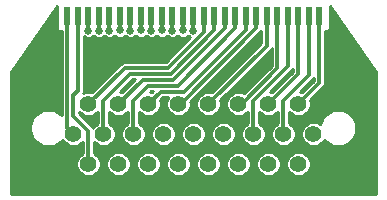
<source format=gbr>
%TF.GenerationSoftware,KiCad,Pcbnew,(5.1.10)-1*%
%TF.CreationDate,2021-10-07T14:53:58-07:00*%
%TF.ProjectId,RC_Filter_Dsub,52435f46-696c-4746-9572-5f447375622e,1*%
%TF.SameCoordinates,Original*%
%TF.FileFunction,Copper,L1,Top*%
%TF.FilePolarity,Positive*%
%FSLAX46Y46*%
G04 Gerber Fmt 4.6, Leading zero omitted, Abs format (unit mm)*
G04 Created by KiCad (PCBNEW (5.1.10)-1) date 2021-10-07 14:53:58*
%MOMM*%
%LPD*%
G01*
G04 APERTURE LIST*
%TA.AperFunction,ComponentPad*%
%ADD10C,1.397000*%
%TD*%
%TA.AperFunction,SMDPad,CuDef*%
%ADD11R,0.508000X1.524000*%
%TD*%
%TA.AperFunction,ViaPad*%
%ADD12C,0.635000*%
%TD*%
%TA.AperFunction,Conductor*%
%ADD13C,0.304800*%
%TD*%
%TA.AperFunction,Conductor*%
%ADD14C,0.250000*%
%TD*%
%TA.AperFunction,Conductor*%
%ADD15C,0.400000*%
%TD*%
%TA.AperFunction,NonConductor*%
%ADD16C,0.254000*%
%TD*%
%TA.AperFunction,NonConductor*%
%ADD17C,0.100000*%
%TD*%
G04 APERTURE END LIST*
D10*
%TO.P,J1,25*%
%TO.N,Net-(J1-Pad25)*%
X153670000Y-117094000D03*
%TO.P,J1,23*%
%TO.N,Net-(J1-Pad23)*%
X151130000Y-117094000D03*
%TO.P,J1,21*%
%TO.N,Net-(J1-Pad21)*%
X148590000Y-117094000D03*
%TO.P,J1,20*%
%TO.N,Net-(J1-Pad20)*%
X146050000Y-117094000D03*
%TO.P,J1,19*%
%TO.N,Net-(J1-Pad19)*%
X143510000Y-117094000D03*
%TO.P,J1,18*%
%TO.N,Net-(J1-Pad18)*%
X140970000Y-117094000D03*
%TO.P,J1,16*%
%TO.N,Net-(J1-Pad16)*%
X138430000Y-117094000D03*
%TO.P,J1,14*%
%TO.N,Net-(J1-Pad14)*%
X135890000Y-117094000D03*
%TO.P,J1,13*%
%TO.N,Net-(J1-Pad13)*%
X154940000Y-119634000D03*
%TO.P,J1,24*%
%TO.N,Net-(J1-Pad24)*%
X152400000Y-119634000D03*
%TO.P,J1,22*%
%TO.N,Net-(J1-Pad22)*%
X149860000Y-119634000D03*
%TO.P,J1,9*%
%TO.N,Net-(J1-Pad9)*%
X147320000Y-119634000D03*
%TO.P,J1,7*%
%TO.N,Net-(J1-Pad7)*%
X144780000Y-119634000D03*
%TO.P,J1,5*%
%TO.N,Net-(J1-Pad5)*%
X142240000Y-119634000D03*
%TO.P,J1,17*%
%TO.N,Net-(J1-Pad17)*%
X139700000Y-119634000D03*
%TO.P,J1,15*%
%TO.N,Net-(J1-Pad15)*%
X137160000Y-119634000D03*
%TO.P,J1,1*%
%TO.N,Net-(J1-Pad1)*%
X134620000Y-119634000D03*
%TO.P,J1,12*%
%TO.N,Net-(J1-Pad12)*%
X153670000Y-122174000D03*
%TO.P,J1,11*%
%TO.N,Net-(J1-Pad11)*%
X151130000Y-122174000D03*
%TO.P,J1,10*%
%TO.N,Net-(J1-Pad10)*%
X148590000Y-122174000D03*
%TO.P,J1,8*%
%TO.N,Net-(J1-Pad8)*%
X146050000Y-122174000D03*
%TO.P,J1,6*%
%TO.N,Net-(J1-Pad6)*%
X143510000Y-122174000D03*
%TO.P,J1,4*%
%TO.N,Net-(J1-Pad4)*%
X140970000Y-122174000D03*
%TO.P,J1,3*%
%TO.N,Net-(J1-Pad3)*%
X138430000Y-122174000D03*
%TO.P,J1,2*%
%TO.N,Net-(J1-Pad2)*%
X135890000Y-122174000D03*
%TD*%
D11*
%TO.P,1,1*%
%TO.N,Net-(J1-Pad1)*%
X134112000Y-109601000D03*
%TD*%
%TO.P,U2,1*%
%TO.N,Net-(J1-Pad2)*%
X135001000Y-109601000D03*
%TD*%
%TO.P,U3,1*%
%TO.N,Net-(J1-Pad3)*%
X135890000Y-109601000D03*
%TD*%
%TO.P,U4,1*%
%TO.N,Net-(J1-Pad4)*%
X136779000Y-109601000D03*
%TD*%
%TO.P,5,1*%
%TO.N,Net-(J1-Pad5)*%
X137668000Y-109601000D03*
%TD*%
%TO.P,U6,1*%
%TO.N,Net-(J1-Pad6)*%
X138557000Y-109601000D03*
%TD*%
%TO.P,U7,1*%
%TO.N,Net-(J1-Pad7)*%
X139446000Y-109601000D03*
%TD*%
%TO.P,U8,1*%
%TO.N,Net-(J1-Pad8)*%
X140335000Y-109601000D03*
%TD*%
%TO.P,U9,1*%
%TO.N,Net-(J1-Pad9)*%
X141224000Y-109601000D03*
%TD*%
%TO.P,10,1*%
%TO.N,Net-(J1-Pad10)*%
X142113000Y-109601000D03*
%TD*%
%TO.P,U11,1*%
%TO.N,Net-(J1-Pad11)*%
X143002000Y-109601000D03*
%TD*%
%TO.P,U12,1*%
%TO.N,Net-(J1-Pad12)*%
X143891000Y-109601000D03*
%TD*%
%TO.P,U13,1*%
%TO.N,Net-(J1-Pad13)*%
X144780000Y-109601000D03*
%TD*%
%TO.P,U14,1*%
%TO.N,Net-(J1-Pad14)*%
X145669000Y-109601000D03*
%TD*%
%TO.P,15,1*%
%TO.N,Net-(J1-Pad15)*%
X146558000Y-109601000D03*
%TD*%
%TO.P,U16,1*%
%TO.N,Net-(J1-Pad16)*%
X147447000Y-109601000D03*
%TD*%
%TO.P,U17,1*%
%TO.N,Net-(J1-Pad17)*%
X148336000Y-109601000D03*
%TD*%
%TO.P,U18,1*%
%TO.N,Net-(J1-Pad18)*%
X149225000Y-109601000D03*
%TD*%
%TO.P,U19,1*%
%TO.N,Net-(J1-Pad19)*%
X150114000Y-109601000D03*
%TD*%
%TO.P,20,1*%
%TO.N,Net-(J1-Pad20)*%
X151003000Y-109601000D03*
%TD*%
%TO.P,U21,1*%
%TO.N,Net-(J1-Pad21)*%
X151892000Y-109601000D03*
%TD*%
%TO.P,U22,1*%
%TO.N,Net-(J1-Pad22)*%
X152781000Y-109601000D03*
%TD*%
%TO.P,U23,1*%
%TO.N,Net-(J1-Pad23)*%
X153670000Y-109601000D03*
%TD*%
%TO.P,U24,1*%
%TO.N,Net-(J1-Pad24)*%
X154559000Y-109601000D03*
%TD*%
%TO.P,25,1*%
%TO.N,Net-(J1-Pad25)*%
X155448000Y-109601000D03*
%TD*%
D12*
%TO.N,Net-(J1-Pad3)*%
X135890000Y-110871000D03*
%TO.N,Net-(J1-Pad4)*%
X136779000Y-110871000D03*
%TO.N,Net-(J1-Pad6)*%
X138568231Y-110859769D03*
%TO.N,Net-(J1-Pad8)*%
X140346231Y-110859769D03*
%TO.N,Net-(J1-Pad10)*%
X142124231Y-110859769D03*
%TO.N,Net-(J1-Pad11)*%
X143002000Y-110871000D03*
%TO.N,Net-(J1-Pad12)*%
X143902231Y-110859769D03*
%TO.N,Net-(J1-Pad5)*%
X137668000Y-110871000D03*
%TO.N,Net-(J1-Pad7)*%
X139446000Y-110871000D03*
%TO.N,Net-(J1-Pad9)*%
X141224000Y-110871000D03*
%TO.N,Net-(J1-Pad13)*%
X144780000Y-110871000D03*
%TD*%
D13*
%TO.N,Net-(J1-Pad2)*%
X135001000Y-115951000D02*
X135001000Y-109601000D01*
X134620000Y-116332000D02*
X135001000Y-115951000D01*
X134620000Y-118078666D02*
X134620000Y-116332000D01*
X135890000Y-119348666D02*
X134620000Y-118078666D01*
X135890000Y-122174000D02*
X135890000Y-119348666D01*
%TO.N,Net-(J1-Pad3)*%
X135890000Y-109601000D02*
X135890000Y-110871000D01*
%TO.N,Net-(J1-Pad4)*%
X136779000Y-109601000D02*
X136779000Y-110871000D01*
%TO.N,Net-(J1-Pad6)*%
X138557000Y-110848538D02*
X138568231Y-110859769D01*
X138557000Y-109601000D02*
X138557000Y-110848538D01*
%TO.N,Net-(J1-Pad8)*%
X140335000Y-110848538D02*
X140346231Y-110859769D01*
X140335000Y-109601000D02*
X140335000Y-110848538D01*
%TO.N,Net-(J1-Pad10)*%
X142113000Y-110848538D02*
X142124231Y-110859769D01*
X142113000Y-109601000D02*
X142113000Y-110848538D01*
D14*
%TO.N,Net-(J1-Pad11)*%
X143002000Y-109601000D02*
X143002000Y-109728000D01*
D13*
X143002000Y-109601000D02*
X143002000Y-110871000D01*
%TO.N,Net-(J1-Pad12)*%
X143891000Y-110848538D02*
X143902231Y-110859769D01*
X143891000Y-109601000D02*
X143891000Y-110848538D01*
%TO.N,Net-(J1-Pad1)*%
X134112000Y-119126000D02*
X134620000Y-119634000D01*
X134112000Y-109601000D02*
X134112000Y-119126000D01*
%TO.N,Net-(J1-Pad15)*%
X137160000Y-116808666D02*
X137160000Y-119634000D01*
X139439997Y-114528669D02*
X137160000Y-116808666D01*
X142872223Y-114528669D02*
X139439997Y-114528669D01*
X146558000Y-110842892D02*
X142872223Y-114528669D01*
X146558000Y-109601000D02*
X146558000Y-110842892D01*
%TO.N,Net-(J1-Pad17)*%
X139700000Y-116808666D02*
X139700000Y-119634000D01*
X140970377Y-115538289D02*
X139700000Y-116808666D01*
X143465511Y-115538289D02*
X140970377Y-115538289D01*
X148336000Y-110667800D02*
X143465511Y-115538289D01*
X148336000Y-109601000D02*
X148336000Y-110667800D01*
%TO.N,Net-(J1-Pad5)*%
X137668000Y-109601000D02*
X137668000Y-110871000D01*
D14*
%TO.N,Net-(J1-Pad7)*%
X139446000Y-109601000D02*
X139446000Y-110236000D01*
D13*
X139446000Y-109601000D02*
X139446000Y-110871000D01*
%TO.N,Net-(J1-Pad9)*%
X141224000Y-109601000D02*
X141224000Y-110871000D01*
%TO.N,Net-(J1-Pad22)*%
X149860000Y-116808666D02*
X149860000Y-119634000D01*
X152781000Y-113887666D02*
X149860000Y-116808666D01*
X152781000Y-109601000D02*
X152781000Y-113887666D01*
%TO.N,Net-(J1-Pad24)*%
X152400000Y-116808666D02*
X152400000Y-119634000D01*
X154559000Y-114649666D02*
X152400000Y-116808666D01*
X154559000Y-109601000D02*
X154559000Y-114649666D01*
%TO.N,Net-(J1-Pad13)*%
X144780000Y-109601000D02*
X144780000Y-110871000D01*
D14*
%TO.N,Net-(J1-Pad14)*%
X136278808Y-117094000D02*
X135890000Y-117094000D01*
D13*
X138960141Y-114023859D02*
X135890000Y-117094000D01*
X142618595Y-114023859D02*
X138960141Y-114023859D01*
X145669000Y-110973454D02*
X142618595Y-114023859D01*
X145669000Y-109601000D02*
X145669000Y-110973454D01*
%TO.N,Net-(J1-Pad16)*%
X140490521Y-115033479D02*
X138430000Y-117094000D01*
X143081321Y-115033479D02*
X140490521Y-115033479D01*
X147447000Y-110667800D02*
X143081321Y-115033479D01*
X147447000Y-109601000D02*
X147447000Y-110667800D01*
%TO.N,Net-(J1-Pad18)*%
X142020901Y-116043099D02*
X140970000Y-117094000D01*
X144014433Y-116043099D02*
X142020901Y-116043099D01*
X149225000Y-110832532D02*
X144014433Y-116043099D01*
X149225000Y-109601000D02*
X149225000Y-110832532D01*
%TO.N,Net-(J1-Pad19)*%
X143687800Y-117094000D02*
X143510000Y-117094000D01*
X150114000Y-110667800D02*
X143687800Y-117094000D01*
X150114000Y-109601000D02*
X150114000Y-110667800D01*
D15*
%TO.N,Net-(J1-Pad20)*%
X146050000Y-117094000D02*
X146050000Y-117221000D01*
D13*
X151003000Y-112141000D02*
X146050000Y-117094000D01*
X151003000Y-109601000D02*
X151003000Y-112141000D01*
%TO.N,Net-(J1-Pad21)*%
X148860758Y-117094000D02*
X148590000Y-117094000D01*
X151892000Y-114062758D02*
X148860758Y-117094000D01*
X151892000Y-109601000D02*
X151892000Y-114062758D01*
%TO.N,Net-(J1-Pad23)*%
X153670000Y-114554000D02*
X151130000Y-117094000D01*
X153670000Y-109601000D02*
X153670000Y-114554000D01*
%TO.N,Net-(J1-Pad25)*%
X155448000Y-115316000D02*
X153670000Y-117094000D01*
X155448000Y-109601000D02*
X155448000Y-115316000D01*
%TD*%
D16*
X160249001Y-114387500D02*
X160249000Y-124689000D01*
X129311000Y-124689000D01*
X129311000Y-114387498D01*
X133223000Y-108763999D01*
X133223000Y-110744000D01*
X133225440Y-110768776D01*
X133232667Y-110792601D01*
X133244403Y-110814557D01*
X133260197Y-110833803D01*
X133279443Y-110849597D01*
X133301399Y-110861333D01*
X133325224Y-110868560D01*
X133350000Y-110871000D01*
X133632600Y-110871000D01*
X133632601Y-118047444D01*
X133510145Y-117924988D01*
X133256900Y-117755776D01*
X132975510Y-117639220D01*
X132676787Y-117579800D01*
X132372213Y-117579800D01*
X132073490Y-117639220D01*
X131792100Y-117755776D01*
X131538855Y-117924988D01*
X131323488Y-118140355D01*
X131154276Y-118393600D01*
X131037720Y-118674990D01*
X130978300Y-118973713D01*
X130978300Y-119278287D01*
X131037720Y-119577010D01*
X131154276Y-119858400D01*
X131323488Y-120111645D01*
X131538855Y-120327012D01*
X131792100Y-120496224D01*
X132073490Y-120612780D01*
X132372213Y-120672200D01*
X132676787Y-120672200D01*
X132975510Y-120612780D01*
X133256900Y-120496224D01*
X133510145Y-120327012D01*
X133713692Y-120123465D01*
X133823442Y-120287718D01*
X133966282Y-120430558D01*
X134134244Y-120542786D01*
X134320873Y-120620091D01*
X134518997Y-120659500D01*
X134721003Y-120659500D01*
X134919127Y-120620091D01*
X135105756Y-120542786D01*
X135273718Y-120430558D01*
X135410601Y-120293675D01*
X135410600Y-121262581D01*
X135404244Y-121265214D01*
X135236282Y-121377442D01*
X135093442Y-121520282D01*
X134981214Y-121688244D01*
X134903909Y-121874873D01*
X134864500Y-122072997D01*
X134864500Y-122275003D01*
X134903909Y-122473127D01*
X134981214Y-122659756D01*
X135093442Y-122827718D01*
X135236282Y-122970558D01*
X135404244Y-123082786D01*
X135590873Y-123160091D01*
X135788997Y-123199500D01*
X135991003Y-123199500D01*
X136189127Y-123160091D01*
X136375756Y-123082786D01*
X136543718Y-122970558D01*
X136686558Y-122827718D01*
X136798786Y-122659756D01*
X136876091Y-122473127D01*
X136915500Y-122275003D01*
X136915500Y-122072997D01*
X137404500Y-122072997D01*
X137404500Y-122275003D01*
X137443909Y-122473127D01*
X137521214Y-122659756D01*
X137633442Y-122827718D01*
X137776282Y-122970558D01*
X137944244Y-123082786D01*
X138130873Y-123160091D01*
X138328997Y-123199500D01*
X138531003Y-123199500D01*
X138729127Y-123160091D01*
X138915756Y-123082786D01*
X139083718Y-122970558D01*
X139226558Y-122827718D01*
X139338786Y-122659756D01*
X139416091Y-122473127D01*
X139455500Y-122275003D01*
X139455500Y-122072997D01*
X139944500Y-122072997D01*
X139944500Y-122275003D01*
X139983909Y-122473127D01*
X140061214Y-122659756D01*
X140173442Y-122827718D01*
X140316282Y-122970558D01*
X140484244Y-123082786D01*
X140670873Y-123160091D01*
X140868997Y-123199500D01*
X141071003Y-123199500D01*
X141269127Y-123160091D01*
X141455756Y-123082786D01*
X141623718Y-122970558D01*
X141766558Y-122827718D01*
X141878786Y-122659756D01*
X141956091Y-122473127D01*
X141995500Y-122275003D01*
X141995500Y-122072997D01*
X142484500Y-122072997D01*
X142484500Y-122275003D01*
X142523909Y-122473127D01*
X142601214Y-122659756D01*
X142713442Y-122827718D01*
X142856282Y-122970558D01*
X143024244Y-123082786D01*
X143210873Y-123160091D01*
X143408997Y-123199500D01*
X143611003Y-123199500D01*
X143809127Y-123160091D01*
X143995756Y-123082786D01*
X144163718Y-122970558D01*
X144306558Y-122827718D01*
X144418786Y-122659756D01*
X144496091Y-122473127D01*
X144535500Y-122275003D01*
X144535500Y-122072997D01*
X145024500Y-122072997D01*
X145024500Y-122275003D01*
X145063909Y-122473127D01*
X145141214Y-122659756D01*
X145253442Y-122827718D01*
X145396282Y-122970558D01*
X145564244Y-123082786D01*
X145750873Y-123160091D01*
X145948997Y-123199500D01*
X146151003Y-123199500D01*
X146349127Y-123160091D01*
X146535756Y-123082786D01*
X146703718Y-122970558D01*
X146846558Y-122827718D01*
X146958786Y-122659756D01*
X147036091Y-122473127D01*
X147075500Y-122275003D01*
X147075500Y-122072997D01*
X147564500Y-122072997D01*
X147564500Y-122275003D01*
X147603909Y-122473127D01*
X147681214Y-122659756D01*
X147793442Y-122827718D01*
X147936282Y-122970558D01*
X148104244Y-123082786D01*
X148290873Y-123160091D01*
X148488997Y-123199500D01*
X148691003Y-123199500D01*
X148889127Y-123160091D01*
X149075756Y-123082786D01*
X149243718Y-122970558D01*
X149386558Y-122827718D01*
X149498786Y-122659756D01*
X149576091Y-122473127D01*
X149615500Y-122275003D01*
X149615500Y-122072997D01*
X150104500Y-122072997D01*
X150104500Y-122275003D01*
X150143909Y-122473127D01*
X150221214Y-122659756D01*
X150333442Y-122827718D01*
X150476282Y-122970558D01*
X150644244Y-123082786D01*
X150830873Y-123160091D01*
X151028997Y-123199500D01*
X151231003Y-123199500D01*
X151429127Y-123160091D01*
X151615756Y-123082786D01*
X151783718Y-122970558D01*
X151926558Y-122827718D01*
X152038786Y-122659756D01*
X152116091Y-122473127D01*
X152155500Y-122275003D01*
X152155500Y-122072997D01*
X152644500Y-122072997D01*
X152644500Y-122275003D01*
X152683909Y-122473127D01*
X152761214Y-122659756D01*
X152873442Y-122827718D01*
X153016282Y-122970558D01*
X153184244Y-123082786D01*
X153370873Y-123160091D01*
X153568997Y-123199500D01*
X153771003Y-123199500D01*
X153969127Y-123160091D01*
X154155756Y-123082786D01*
X154323718Y-122970558D01*
X154466558Y-122827718D01*
X154578786Y-122659756D01*
X154656091Y-122473127D01*
X154695500Y-122275003D01*
X154695500Y-122072997D01*
X154656091Y-121874873D01*
X154578786Y-121688244D01*
X154466558Y-121520282D01*
X154323718Y-121377442D01*
X154155756Y-121265214D01*
X153969127Y-121187909D01*
X153771003Y-121148500D01*
X153568997Y-121148500D01*
X153370873Y-121187909D01*
X153184244Y-121265214D01*
X153016282Y-121377442D01*
X152873442Y-121520282D01*
X152761214Y-121688244D01*
X152683909Y-121874873D01*
X152644500Y-122072997D01*
X152155500Y-122072997D01*
X152116091Y-121874873D01*
X152038786Y-121688244D01*
X151926558Y-121520282D01*
X151783718Y-121377442D01*
X151615756Y-121265214D01*
X151429127Y-121187909D01*
X151231003Y-121148500D01*
X151028997Y-121148500D01*
X150830873Y-121187909D01*
X150644244Y-121265214D01*
X150476282Y-121377442D01*
X150333442Y-121520282D01*
X150221214Y-121688244D01*
X150143909Y-121874873D01*
X150104500Y-122072997D01*
X149615500Y-122072997D01*
X149576091Y-121874873D01*
X149498786Y-121688244D01*
X149386558Y-121520282D01*
X149243718Y-121377442D01*
X149075756Y-121265214D01*
X148889127Y-121187909D01*
X148691003Y-121148500D01*
X148488997Y-121148500D01*
X148290873Y-121187909D01*
X148104244Y-121265214D01*
X147936282Y-121377442D01*
X147793442Y-121520282D01*
X147681214Y-121688244D01*
X147603909Y-121874873D01*
X147564500Y-122072997D01*
X147075500Y-122072997D01*
X147036091Y-121874873D01*
X146958786Y-121688244D01*
X146846558Y-121520282D01*
X146703718Y-121377442D01*
X146535756Y-121265214D01*
X146349127Y-121187909D01*
X146151003Y-121148500D01*
X145948997Y-121148500D01*
X145750873Y-121187909D01*
X145564244Y-121265214D01*
X145396282Y-121377442D01*
X145253442Y-121520282D01*
X145141214Y-121688244D01*
X145063909Y-121874873D01*
X145024500Y-122072997D01*
X144535500Y-122072997D01*
X144496091Y-121874873D01*
X144418786Y-121688244D01*
X144306558Y-121520282D01*
X144163718Y-121377442D01*
X143995756Y-121265214D01*
X143809127Y-121187909D01*
X143611003Y-121148500D01*
X143408997Y-121148500D01*
X143210873Y-121187909D01*
X143024244Y-121265214D01*
X142856282Y-121377442D01*
X142713442Y-121520282D01*
X142601214Y-121688244D01*
X142523909Y-121874873D01*
X142484500Y-122072997D01*
X141995500Y-122072997D01*
X141956091Y-121874873D01*
X141878786Y-121688244D01*
X141766558Y-121520282D01*
X141623718Y-121377442D01*
X141455756Y-121265214D01*
X141269127Y-121187909D01*
X141071003Y-121148500D01*
X140868997Y-121148500D01*
X140670873Y-121187909D01*
X140484244Y-121265214D01*
X140316282Y-121377442D01*
X140173442Y-121520282D01*
X140061214Y-121688244D01*
X139983909Y-121874873D01*
X139944500Y-122072997D01*
X139455500Y-122072997D01*
X139416091Y-121874873D01*
X139338786Y-121688244D01*
X139226558Y-121520282D01*
X139083718Y-121377442D01*
X138915756Y-121265214D01*
X138729127Y-121187909D01*
X138531003Y-121148500D01*
X138328997Y-121148500D01*
X138130873Y-121187909D01*
X137944244Y-121265214D01*
X137776282Y-121377442D01*
X137633442Y-121520282D01*
X137521214Y-121688244D01*
X137443909Y-121874873D01*
X137404500Y-122072997D01*
X136915500Y-122072997D01*
X136876091Y-121874873D01*
X136798786Y-121688244D01*
X136686558Y-121520282D01*
X136543718Y-121377442D01*
X136375756Y-121265214D01*
X136369400Y-121262581D01*
X136369400Y-120293676D01*
X136506282Y-120430558D01*
X136674244Y-120542786D01*
X136860873Y-120620091D01*
X137058997Y-120659500D01*
X137261003Y-120659500D01*
X137459127Y-120620091D01*
X137645756Y-120542786D01*
X137813718Y-120430558D01*
X137956558Y-120287718D01*
X138068786Y-120119756D01*
X138146091Y-119933127D01*
X138185500Y-119735003D01*
X138185500Y-119532997D01*
X138146091Y-119334873D01*
X138068786Y-119148244D01*
X137956558Y-118980282D01*
X137813718Y-118837442D01*
X137645756Y-118725214D01*
X137639400Y-118722581D01*
X137639400Y-117753676D01*
X137776282Y-117890558D01*
X137944244Y-118002786D01*
X138130873Y-118080091D01*
X138328997Y-118119500D01*
X138531003Y-118119500D01*
X138729127Y-118080091D01*
X138915756Y-118002786D01*
X139083718Y-117890558D01*
X139220600Y-117753676D01*
X139220601Y-118722581D01*
X139214244Y-118725214D01*
X139046282Y-118837442D01*
X138903442Y-118980282D01*
X138791214Y-119148244D01*
X138713909Y-119334873D01*
X138674500Y-119532997D01*
X138674500Y-119735003D01*
X138713909Y-119933127D01*
X138791214Y-120119756D01*
X138903442Y-120287718D01*
X139046282Y-120430558D01*
X139214244Y-120542786D01*
X139400873Y-120620091D01*
X139598997Y-120659500D01*
X139801003Y-120659500D01*
X139999127Y-120620091D01*
X140185756Y-120542786D01*
X140353718Y-120430558D01*
X140496558Y-120287718D01*
X140608786Y-120119756D01*
X140686091Y-119933127D01*
X140725500Y-119735003D01*
X140725500Y-119532997D01*
X141214500Y-119532997D01*
X141214500Y-119735003D01*
X141253909Y-119933127D01*
X141331214Y-120119756D01*
X141443442Y-120287718D01*
X141586282Y-120430558D01*
X141754244Y-120542786D01*
X141940873Y-120620091D01*
X142138997Y-120659500D01*
X142341003Y-120659500D01*
X142539127Y-120620091D01*
X142725756Y-120542786D01*
X142893718Y-120430558D01*
X143036558Y-120287718D01*
X143148786Y-120119756D01*
X143226091Y-119933127D01*
X143265500Y-119735003D01*
X143265500Y-119532997D01*
X143754500Y-119532997D01*
X143754500Y-119735003D01*
X143793909Y-119933127D01*
X143871214Y-120119756D01*
X143983442Y-120287718D01*
X144126282Y-120430558D01*
X144294244Y-120542786D01*
X144480873Y-120620091D01*
X144678997Y-120659500D01*
X144881003Y-120659500D01*
X145079127Y-120620091D01*
X145265756Y-120542786D01*
X145433718Y-120430558D01*
X145576558Y-120287718D01*
X145688786Y-120119756D01*
X145766091Y-119933127D01*
X145805500Y-119735003D01*
X145805500Y-119532997D01*
X146294500Y-119532997D01*
X146294500Y-119735003D01*
X146333909Y-119933127D01*
X146411214Y-120119756D01*
X146523442Y-120287718D01*
X146666282Y-120430558D01*
X146834244Y-120542786D01*
X147020873Y-120620091D01*
X147218997Y-120659500D01*
X147421003Y-120659500D01*
X147619127Y-120620091D01*
X147805756Y-120542786D01*
X147973718Y-120430558D01*
X148116558Y-120287718D01*
X148228786Y-120119756D01*
X148306091Y-119933127D01*
X148345500Y-119735003D01*
X148345500Y-119532997D01*
X148306091Y-119334873D01*
X148228786Y-119148244D01*
X148116558Y-118980282D01*
X147973718Y-118837442D01*
X147805756Y-118725214D01*
X147619127Y-118647909D01*
X147421003Y-118608500D01*
X147218997Y-118608500D01*
X147020873Y-118647909D01*
X146834244Y-118725214D01*
X146666282Y-118837442D01*
X146523442Y-118980282D01*
X146411214Y-119148244D01*
X146333909Y-119334873D01*
X146294500Y-119532997D01*
X145805500Y-119532997D01*
X145766091Y-119334873D01*
X145688786Y-119148244D01*
X145576558Y-118980282D01*
X145433718Y-118837442D01*
X145265756Y-118725214D01*
X145079127Y-118647909D01*
X144881003Y-118608500D01*
X144678997Y-118608500D01*
X144480873Y-118647909D01*
X144294244Y-118725214D01*
X144126282Y-118837442D01*
X143983442Y-118980282D01*
X143871214Y-119148244D01*
X143793909Y-119334873D01*
X143754500Y-119532997D01*
X143265500Y-119532997D01*
X143226091Y-119334873D01*
X143148786Y-119148244D01*
X143036558Y-118980282D01*
X142893718Y-118837442D01*
X142725756Y-118725214D01*
X142539127Y-118647909D01*
X142341003Y-118608500D01*
X142138997Y-118608500D01*
X141940873Y-118647909D01*
X141754244Y-118725214D01*
X141586282Y-118837442D01*
X141443442Y-118980282D01*
X141331214Y-119148244D01*
X141253909Y-119334873D01*
X141214500Y-119532997D01*
X140725500Y-119532997D01*
X140686091Y-119334873D01*
X140608786Y-119148244D01*
X140496558Y-118980282D01*
X140353718Y-118837442D01*
X140185756Y-118725214D01*
X140179400Y-118722581D01*
X140179400Y-117753676D01*
X140316282Y-117890558D01*
X140484244Y-118002786D01*
X140670873Y-118080091D01*
X140868997Y-118119500D01*
X141071003Y-118119500D01*
X141269127Y-118080091D01*
X141455756Y-118002786D01*
X141623718Y-117890558D01*
X141766558Y-117747718D01*
X141878786Y-117579756D01*
X141956091Y-117393127D01*
X141995500Y-117195003D01*
X141995500Y-116992997D01*
X141956091Y-116794873D01*
X141953458Y-116788516D01*
X142219475Y-116522499D01*
X142658507Y-116522499D01*
X142601214Y-116608244D01*
X142523909Y-116794873D01*
X142484500Y-116992997D01*
X142484500Y-117195003D01*
X142523909Y-117393127D01*
X142601214Y-117579756D01*
X142713442Y-117747718D01*
X142856282Y-117890558D01*
X143024244Y-118002786D01*
X143210873Y-118080091D01*
X143408997Y-118119500D01*
X143611003Y-118119500D01*
X143809127Y-118080091D01*
X143995756Y-118002786D01*
X144163718Y-117890558D01*
X144306558Y-117747718D01*
X144418786Y-117579756D01*
X144496091Y-117393127D01*
X144535500Y-117195003D01*
X144535500Y-116992997D01*
X144524098Y-116935675D01*
X150436336Y-111023438D01*
X150454627Y-111008427D01*
X150514535Y-110935429D01*
X150523601Y-110918468D01*
X150523601Y-111942425D01*
X146355484Y-116110542D01*
X146349127Y-116107909D01*
X146151003Y-116068500D01*
X145948997Y-116068500D01*
X145750873Y-116107909D01*
X145564244Y-116185214D01*
X145396282Y-116297442D01*
X145253442Y-116440282D01*
X145141214Y-116608244D01*
X145063909Y-116794873D01*
X145024500Y-116992997D01*
X145024500Y-117195003D01*
X145063909Y-117393127D01*
X145141214Y-117579756D01*
X145253442Y-117747718D01*
X145396282Y-117890558D01*
X145564244Y-118002786D01*
X145750873Y-118080091D01*
X145948997Y-118119500D01*
X146151003Y-118119500D01*
X146349127Y-118080091D01*
X146535756Y-118002786D01*
X146703718Y-117890558D01*
X146846558Y-117747718D01*
X146958786Y-117579756D01*
X147036091Y-117393127D01*
X147075500Y-117195003D01*
X147075500Y-116992997D01*
X147036091Y-116794873D01*
X147033458Y-116788516D01*
X151325336Y-112496638D01*
X151343627Y-112481627D01*
X151403535Y-112408629D01*
X151412601Y-112391668D01*
X151412601Y-113864183D01*
X149085236Y-116191549D01*
X149075756Y-116185214D01*
X148889127Y-116107909D01*
X148691003Y-116068500D01*
X148488997Y-116068500D01*
X148290873Y-116107909D01*
X148104244Y-116185214D01*
X147936282Y-116297442D01*
X147793442Y-116440282D01*
X147681214Y-116608244D01*
X147603909Y-116794873D01*
X147564500Y-116992997D01*
X147564500Y-117195003D01*
X147603909Y-117393127D01*
X147681214Y-117579756D01*
X147793442Y-117747718D01*
X147936282Y-117890558D01*
X148104244Y-118002786D01*
X148290873Y-118080091D01*
X148488997Y-118119500D01*
X148691003Y-118119500D01*
X148889127Y-118080091D01*
X149075756Y-118002786D01*
X149243718Y-117890558D01*
X149380600Y-117753676D01*
X149380601Y-118722581D01*
X149374244Y-118725214D01*
X149206282Y-118837442D01*
X149063442Y-118980282D01*
X148951214Y-119148244D01*
X148873909Y-119334873D01*
X148834500Y-119532997D01*
X148834500Y-119735003D01*
X148873909Y-119933127D01*
X148951214Y-120119756D01*
X149063442Y-120287718D01*
X149206282Y-120430558D01*
X149374244Y-120542786D01*
X149560873Y-120620091D01*
X149758997Y-120659500D01*
X149961003Y-120659500D01*
X150159127Y-120620091D01*
X150345756Y-120542786D01*
X150513718Y-120430558D01*
X150656558Y-120287718D01*
X150768786Y-120119756D01*
X150846091Y-119933127D01*
X150885500Y-119735003D01*
X150885500Y-119532997D01*
X150846091Y-119334873D01*
X150768786Y-119148244D01*
X150656558Y-118980282D01*
X150513718Y-118837442D01*
X150345756Y-118725214D01*
X150339400Y-118722581D01*
X150339400Y-117753676D01*
X150476282Y-117890558D01*
X150644244Y-118002786D01*
X150830873Y-118080091D01*
X151028997Y-118119500D01*
X151231003Y-118119500D01*
X151429127Y-118080091D01*
X151615756Y-118002786D01*
X151783718Y-117890558D01*
X151920600Y-117753676D01*
X151920601Y-118722581D01*
X151914244Y-118725214D01*
X151746282Y-118837442D01*
X151603442Y-118980282D01*
X151491214Y-119148244D01*
X151413909Y-119334873D01*
X151374500Y-119532997D01*
X151374500Y-119735003D01*
X151413909Y-119933127D01*
X151491214Y-120119756D01*
X151603442Y-120287718D01*
X151746282Y-120430558D01*
X151914244Y-120542786D01*
X152100873Y-120620091D01*
X152298997Y-120659500D01*
X152501003Y-120659500D01*
X152699127Y-120620091D01*
X152885756Y-120542786D01*
X153053718Y-120430558D01*
X153196558Y-120287718D01*
X153308786Y-120119756D01*
X153386091Y-119933127D01*
X153425500Y-119735003D01*
X153425500Y-119532997D01*
X153914500Y-119532997D01*
X153914500Y-119735003D01*
X153953909Y-119933127D01*
X154031214Y-120119756D01*
X154143442Y-120287718D01*
X154286282Y-120430558D01*
X154454244Y-120542786D01*
X154640873Y-120620091D01*
X154838997Y-120659500D01*
X155041003Y-120659500D01*
X155239127Y-120620091D01*
X155425756Y-120542786D01*
X155593718Y-120430558D01*
X155736558Y-120287718D01*
X155846308Y-120123465D01*
X156049855Y-120327012D01*
X156303100Y-120496224D01*
X156584490Y-120612780D01*
X156883213Y-120672200D01*
X157187787Y-120672200D01*
X157486510Y-120612780D01*
X157767900Y-120496224D01*
X158021145Y-120327012D01*
X158236512Y-120111645D01*
X158405724Y-119858400D01*
X158522280Y-119577010D01*
X158581700Y-119278287D01*
X158581700Y-118973713D01*
X158522280Y-118674990D01*
X158405724Y-118393600D01*
X158236512Y-118140355D01*
X158021145Y-117924988D01*
X157767900Y-117755776D01*
X157486510Y-117639220D01*
X157187787Y-117579800D01*
X156883213Y-117579800D01*
X156584490Y-117639220D01*
X156303100Y-117755776D01*
X156049855Y-117924988D01*
X155834488Y-118140355D01*
X155665276Y-118393600D01*
X155548720Y-118674990D01*
X155525476Y-118791844D01*
X155425756Y-118725214D01*
X155239127Y-118647909D01*
X155041003Y-118608500D01*
X154838997Y-118608500D01*
X154640873Y-118647909D01*
X154454244Y-118725214D01*
X154286282Y-118837442D01*
X154143442Y-118980282D01*
X154031214Y-119148244D01*
X153953909Y-119334873D01*
X153914500Y-119532997D01*
X153425500Y-119532997D01*
X153386091Y-119334873D01*
X153308786Y-119148244D01*
X153196558Y-118980282D01*
X153053718Y-118837442D01*
X152885756Y-118725214D01*
X152879400Y-118722581D01*
X152879400Y-117753676D01*
X153016282Y-117890558D01*
X153184244Y-118002786D01*
X153370873Y-118080091D01*
X153568997Y-118119500D01*
X153771003Y-118119500D01*
X153969127Y-118080091D01*
X154155756Y-118002786D01*
X154323718Y-117890558D01*
X154466558Y-117747718D01*
X154578786Y-117579756D01*
X154656091Y-117393127D01*
X154695500Y-117195003D01*
X154695500Y-116992997D01*
X154656091Y-116794873D01*
X154653458Y-116788516D01*
X155770336Y-115671638D01*
X155788627Y-115656627D01*
X155848535Y-115583629D01*
X155893050Y-115500346D01*
X155920463Y-115409979D01*
X155927400Y-115339546D01*
X155929719Y-115316000D01*
X155927400Y-115292455D01*
X155927400Y-110871000D01*
X156210000Y-110871000D01*
X156234776Y-110868560D01*
X156258601Y-110861333D01*
X156280557Y-110849597D01*
X156299803Y-110833803D01*
X156315597Y-110814557D01*
X156327333Y-110792601D01*
X156334560Y-110768776D01*
X156337000Y-110744000D01*
X156337000Y-108763997D01*
X160249001Y-114387500D01*
%TA.AperFunction,NonConductor*%
D17*
G36*
X160249001Y-114387500D02*
G01*
X160249000Y-124689000D01*
X129311000Y-124689000D01*
X129311000Y-114387498D01*
X133223000Y-108763999D01*
X133223000Y-110744000D01*
X133225440Y-110768776D01*
X133232667Y-110792601D01*
X133244403Y-110814557D01*
X133260197Y-110833803D01*
X133279443Y-110849597D01*
X133301399Y-110861333D01*
X133325224Y-110868560D01*
X133350000Y-110871000D01*
X133632600Y-110871000D01*
X133632601Y-118047444D01*
X133510145Y-117924988D01*
X133256900Y-117755776D01*
X132975510Y-117639220D01*
X132676787Y-117579800D01*
X132372213Y-117579800D01*
X132073490Y-117639220D01*
X131792100Y-117755776D01*
X131538855Y-117924988D01*
X131323488Y-118140355D01*
X131154276Y-118393600D01*
X131037720Y-118674990D01*
X130978300Y-118973713D01*
X130978300Y-119278287D01*
X131037720Y-119577010D01*
X131154276Y-119858400D01*
X131323488Y-120111645D01*
X131538855Y-120327012D01*
X131792100Y-120496224D01*
X132073490Y-120612780D01*
X132372213Y-120672200D01*
X132676787Y-120672200D01*
X132975510Y-120612780D01*
X133256900Y-120496224D01*
X133510145Y-120327012D01*
X133713692Y-120123465D01*
X133823442Y-120287718D01*
X133966282Y-120430558D01*
X134134244Y-120542786D01*
X134320873Y-120620091D01*
X134518997Y-120659500D01*
X134721003Y-120659500D01*
X134919127Y-120620091D01*
X135105756Y-120542786D01*
X135273718Y-120430558D01*
X135410601Y-120293675D01*
X135410600Y-121262581D01*
X135404244Y-121265214D01*
X135236282Y-121377442D01*
X135093442Y-121520282D01*
X134981214Y-121688244D01*
X134903909Y-121874873D01*
X134864500Y-122072997D01*
X134864500Y-122275003D01*
X134903909Y-122473127D01*
X134981214Y-122659756D01*
X135093442Y-122827718D01*
X135236282Y-122970558D01*
X135404244Y-123082786D01*
X135590873Y-123160091D01*
X135788997Y-123199500D01*
X135991003Y-123199500D01*
X136189127Y-123160091D01*
X136375756Y-123082786D01*
X136543718Y-122970558D01*
X136686558Y-122827718D01*
X136798786Y-122659756D01*
X136876091Y-122473127D01*
X136915500Y-122275003D01*
X136915500Y-122072997D01*
X137404500Y-122072997D01*
X137404500Y-122275003D01*
X137443909Y-122473127D01*
X137521214Y-122659756D01*
X137633442Y-122827718D01*
X137776282Y-122970558D01*
X137944244Y-123082786D01*
X138130873Y-123160091D01*
X138328997Y-123199500D01*
X138531003Y-123199500D01*
X138729127Y-123160091D01*
X138915756Y-123082786D01*
X139083718Y-122970558D01*
X139226558Y-122827718D01*
X139338786Y-122659756D01*
X139416091Y-122473127D01*
X139455500Y-122275003D01*
X139455500Y-122072997D01*
X139944500Y-122072997D01*
X139944500Y-122275003D01*
X139983909Y-122473127D01*
X140061214Y-122659756D01*
X140173442Y-122827718D01*
X140316282Y-122970558D01*
X140484244Y-123082786D01*
X140670873Y-123160091D01*
X140868997Y-123199500D01*
X141071003Y-123199500D01*
X141269127Y-123160091D01*
X141455756Y-123082786D01*
X141623718Y-122970558D01*
X141766558Y-122827718D01*
X141878786Y-122659756D01*
X141956091Y-122473127D01*
X141995500Y-122275003D01*
X141995500Y-122072997D01*
X142484500Y-122072997D01*
X142484500Y-122275003D01*
X142523909Y-122473127D01*
X142601214Y-122659756D01*
X142713442Y-122827718D01*
X142856282Y-122970558D01*
X143024244Y-123082786D01*
X143210873Y-123160091D01*
X143408997Y-123199500D01*
X143611003Y-123199500D01*
X143809127Y-123160091D01*
X143995756Y-123082786D01*
X144163718Y-122970558D01*
X144306558Y-122827718D01*
X144418786Y-122659756D01*
X144496091Y-122473127D01*
X144535500Y-122275003D01*
X144535500Y-122072997D01*
X145024500Y-122072997D01*
X145024500Y-122275003D01*
X145063909Y-122473127D01*
X145141214Y-122659756D01*
X145253442Y-122827718D01*
X145396282Y-122970558D01*
X145564244Y-123082786D01*
X145750873Y-123160091D01*
X145948997Y-123199500D01*
X146151003Y-123199500D01*
X146349127Y-123160091D01*
X146535756Y-123082786D01*
X146703718Y-122970558D01*
X146846558Y-122827718D01*
X146958786Y-122659756D01*
X147036091Y-122473127D01*
X147075500Y-122275003D01*
X147075500Y-122072997D01*
X147564500Y-122072997D01*
X147564500Y-122275003D01*
X147603909Y-122473127D01*
X147681214Y-122659756D01*
X147793442Y-122827718D01*
X147936282Y-122970558D01*
X148104244Y-123082786D01*
X148290873Y-123160091D01*
X148488997Y-123199500D01*
X148691003Y-123199500D01*
X148889127Y-123160091D01*
X149075756Y-123082786D01*
X149243718Y-122970558D01*
X149386558Y-122827718D01*
X149498786Y-122659756D01*
X149576091Y-122473127D01*
X149615500Y-122275003D01*
X149615500Y-122072997D01*
X150104500Y-122072997D01*
X150104500Y-122275003D01*
X150143909Y-122473127D01*
X150221214Y-122659756D01*
X150333442Y-122827718D01*
X150476282Y-122970558D01*
X150644244Y-123082786D01*
X150830873Y-123160091D01*
X151028997Y-123199500D01*
X151231003Y-123199500D01*
X151429127Y-123160091D01*
X151615756Y-123082786D01*
X151783718Y-122970558D01*
X151926558Y-122827718D01*
X152038786Y-122659756D01*
X152116091Y-122473127D01*
X152155500Y-122275003D01*
X152155500Y-122072997D01*
X152644500Y-122072997D01*
X152644500Y-122275003D01*
X152683909Y-122473127D01*
X152761214Y-122659756D01*
X152873442Y-122827718D01*
X153016282Y-122970558D01*
X153184244Y-123082786D01*
X153370873Y-123160091D01*
X153568997Y-123199500D01*
X153771003Y-123199500D01*
X153969127Y-123160091D01*
X154155756Y-123082786D01*
X154323718Y-122970558D01*
X154466558Y-122827718D01*
X154578786Y-122659756D01*
X154656091Y-122473127D01*
X154695500Y-122275003D01*
X154695500Y-122072997D01*
X154656091Y-121874873D01*
X154578786Y-121688244D01*
X154466558Y-121520282D01*
X154323718Y-121377442D01*
X154155756Y-121265214D01*
X153969127Y-121187909D01*
X153771003Y-121148500D01*
X153568997Y-121148500D01*
X153370873Y-121187909D01*
X153184244Y-121265214D01*
X153016282Y-121377442D01*
X152873442Y-121520282D01*
X152761214Y-121688244D01*
X152683909Y-121874873D01*
X152644500Y-122072997D01*
X152155500Y-122072997D01*
X152116091Y-121874873D01*
X152038786Y-121688244D01*
X151926558Y-121520282D01*
X151783718Y-121377442D01*
X151615756Y-121265214D01*
X151429127Y-121187909D01*
X151231003Y-121148500D01*
X151028997Y-121148500D01*
X150830873Y-121187909D01*
X150644244Y-121265214D01*
X150476282Y-121377442D01*
X150333442Y-121520282D01*
X150221214Y-121688244D01*
X150143909Y-121874873D01*
X150104500Y-122072997D01*
X149615500Y-122072997D01*
X149576091Y-121874873D01*
X149498786Y-121688244D01*
X149386558Y-121520282D01*
X149243718Y-121377442D01*
X149075756Y-121265214D01*
X148889127Y-121187909D01*
X148691003Y-121148500D01*
X148488997Y-121148500D01*
X148290873Y-121187909D01*
X148104244Y-121265214D01*
X147936282Y-121377442D01*
X147793442Y-121520282D01*
X147681214Y-121688244D01*
X147603909Y-121874873D01*
X147564500Y-122072997D01*
X147075500Y-122072997D01*
X147036091Y-121874873D01*
X146958786Y-121688244D01*
X146846558Y-121520282D01*
X146703718Y-121377442D01*
X146535756Y-121265214D01*
X146349127Y-121187909D01*
X146151003Y-121148500D01*
X145948997Y-121148500D01*
X145750873Y-121187909D01*
X145564244Y-121265214D01*
X145396282Y-121377442D01*
X145253442Y-121520282D01*
X145141214Y-121688244D01*
X145063909Y-121874873D01*
X145024500Y-122072997D01*
X144535500Y-122072997D01*
X144496091Y-121874873D01*
X144418786Y-121688244D01*
X144306558Y-121520282D01*
X144163718Y-121377442D01*
X143995756Y-121265214D01*
X143809127Y-121187909D01*
X143611003Y-121148500D01*
X143408997Y-121148500D01*
X143210873Y-121187909D01*
X143024244Y-121265214D01*
X142856282Y-121377442D01*
X142713442Y-121520282D01*
X142601214Y-121688244D01*
X142523909Y-121874873D01*
X142484500Y-122072997D01*
X141995500Y-122072997D01*
X141956091Y-121874873D01*
X141878786Y-121688244D01*
X141766558Y-121520282D01*
X141623718Y-121377442D01*
X141455756Y-121265214D01*
X141269127Y-121187909D01*
X141071003Y-121148500D01*
X140868997Y-121148500D01*
X140670873Y-121187909D01*
X140484244Y-121265214D01*
X140316282Y-121377442D01*
X140173442Y-121520282D01*
X140061214Y-121688244D01*
X139983909Y-121874873D01*
X139944500Y-122072997D01*
X139455500Y-122072997D01*
X139416091Y-121874873D01*
X139338786Y-121688244D01*
X139226558Y-121520282D01*
X139083718Y-121377442D01*
X138915756Y-121265214D01*
X138729127Y-121187909D01*
X138531003Y-121148500D01*
X138328997Y-121148500D01*
X138130873Y-121187909D01*
X137944244Y-121265214D01*
X137776282Y-121377442D01*
X137633442Y-121520282D01*
X137521214Y-121688244D01*
X137443909Y-121874873D01*
X137404500Y-122072997D01*
X136915500Y-122072997D01*
X136876091Y-121874873D01*
X136798786Y-121688244D01*
X136686558Y-121520282D01*
X136543718Y-121377442D01*
X136375756Y-121265214D01*
X136369400Y-121262581D01*
X136369400Y-120293676D01*
X136506282Y-120430558D01*
X136674244Y-120542786D01*
X136860873Y-120620091D01*
X137058997Y-120659500D01*
X137261003Y-120659500D01*
X137459127Y-120620091D01*
X137645756Y-120542786D01*
X137813718Y-120430558D01*
X137956558Y-120287718D01*
X138068786Y-120119756D01*
X138146091Y-119933127D01*
X138185500Y-119735003D01*
X138185500Y-119532997D01*
X138146091Y-119334873D01*
X138068786Y-119148244D01*
X137956558Y-118980282D01*
X137813718Y-118837442D01*
X137645756Y-118725214D01*
X137639400Y-118722581D01*
X137639400Y-117753676D01*
X137776282Y-117890558D01*
X137944244Y-118002786D01*
X138130873Y-118080091D01*
X138328997Y-118119500D01*
X138531003Y-118119500D01*
X138729127Y-118080091D01*
X138915756Y-118002786D01*
X139083718Y-117890558D01*
X139220600Y-117753676D01*
X139220601Y-118722581D01*
X139214244Y-118725214D01*
X139046282Y-118837442D01*
X138903442Y-118980282D01*
X138791214Y-119148244D01*
X138713909Y-119334873D01*
X138674500Y-119532997D01*
X138674500Y-119735003D01*
X138713909Y-119933127D01*
X138791214Y-120119756D01*
X138903442Y-120287718D01*
X139046282Y-120430558D01*
X139214244Y-120542786D01*
X139400873Y-120620091D01*
X139598997Y-120659500D01*
X139801003Y-120659500D01*
X139999127Y-120620091D01*
X140185756Y-120542786D01*
X140353718Y-120430558D01*
X140496558Y-120287718D01*
X140608786Y-120119756D01*
X140686091Y-119933127D01*
X140725500Y-119735003D01*
X140725500Y-119532997D01*
X141214500Y-119532997D01*
X141214500Y-119735003D01*
X141253909Y-119933127D01*
X141331214Y-120119756D01*
X141443442Y-120287718D01*
X141586282Y-120430558D01*
X141754244Y-120542786D01*
X141940873Y-120620091D01*
X142138997Y-120659500D01*
X142341003Y-120659500D01*
X142539127Y-120620091D01*
X142725756Y-120542786D01*
X142893718Y-120430558D01*
X143036558Y-120287718D01*
X143148786Y-120119756D01*
X143226091Y-119933127D01*
X143265500Y-119735003D01*
X143265500Y-119532997D01*
X143754500Y-119532997D01*
X143754500Y-119735003D01*
X143793909Y-119933127D01*
X143871214Y-120119756D01*
X143983442Y-120287718D01*
X144126282Y-120430558D01*
X144294244Y-120542786D01*
X144480873Y-120620091D01*
X144678997Y-120659500D01*
X144881003Y-120659500D01*
X145079127Y-120620091D01*
X145265756Y-120542786D01*
X145433718Y-120430558D01*
X145576558Y-120287718D01*
X145688786Y-120119756D01*
X145766091Y-119933127D01*
X145805500Y-119735003D01*
X145805500Y-119532997D01*
X146294500Y-119532997D01*
X146294500Y-119735003D01*
X146333909Y-119933127D01*
X146411214Y-120119756D01*
X146523442Y-120287718D01*
X146666282Y-120430558D01*
X146834244Y-120542786D01*
X147020873Y-120620091D01*
X147218997Y-120659500D01*
X147421003Y-120659500D01*
X147619127Y-120620091D01*
X147805756Y-120542786D01*
X147973718Y-120430558D01*
X148116558Y-120287718D01*
X148228786Y-120119756D01*
X148306091Y-119933127D01*
X148345500Y-119735003D01*
X148345500Y-119532997D01*
X148306091Y-119334873D01*
X148228786Y-119148244D01*
X148116558Y-118980282D01*
X147973718Y-118837442D01*
X147805756Y-118725214D01*
X147619127Y-118647909D01*
X147421003Y-118608500D01*
X147218997Y-118608500D01*
X147020873Y-118647909D01*
X146834244Y-118725214D01*
X146666282Y-118837442D01*
X146523442Y-118980282D01*
X146411214Y-119148244D01*
X146333909Y-119334873D01*
X146294500Y-119532997D01*
X145805500Y-119532997D01*
X145766091Y-119334873D01*
X145688786Y-119148244D01*
X145576558Y-118980282D01*
X145433718Y-118837442D01*
X145265756Y-118725214D01*
X145079127Y-118647909D01*
X144881003Y-118608500D01*
X144678997Y-118608500D01*
X144480873Y-118647909D01*
X144294244Y-118725214D01*
X144126282Y-118837442D01*
X143983442Y-118980282D01*
X143871214Y-119148244D01*
X143793909Y-119334873D01*
X143754500Y-119532997D01*
X143265500Y-119532997D01*
X143226091Y-119334873D01*
X143148786Y-119148244D01*
X143036558Y-118980282D01*
X142893718Y-118837442D01*
X142725756Y-118725214D01*
X142539127Y-118647909D01*
X142341003Y-118608500D01*
X142138997Y-118608500D01*
X141940873Y-118647909D01*
X141754244Y-118725214D01*
X141586282Y-118837442D01*
X141443442Y-118980282D01*
X141331214Y-119148244D01*
X141253909Y-119334873D01*
X141214500Y-119532997D01*
X140725500Y-119532997D01*
X140686091Y-119334873D01*
X140608786Y-119148244D01*
X140496558Y-118980282D01*
X140353718Y-118837442D01*
X140185756Y-118725214D01*
X140179400Y-118722581D01*
X140179400Y-117753676D01*
X140316282Y-117890558D01*
X140484244Y-118002786D01*
X140670873Y-118080091D01*
X140868997Y-118119500D01*
X141071003Y-118119500D01*
X141269127Y-118080091D01*
X141455756Y-118002786D01*
X141623718Y-117890558D01*
X141766558Y-117747718D01*
X141878786Y-117579756D01*
X141956091Y-117393127D01*
X141995500Y-117195003D01*
X141995500Y-116992997D01*
X141956091Y-116794873D01*
X141953458Y-116788516D01*
X142219475Y-116522499D01*
X142658507Y-116522499D01*
X142601214Y-116608244D01*
X142523909Y-116794873D01*
X142484500Y-116992997D01*
X142484500Y-117195003D01*
X142523909Y-117393127D01*
X142601214Y-117579756D01*
X142713442Y-117747718D01*
X142856282Y-117890558D01*
X143024244Y-118002786D01*
X143210873Y-118080091D01*
X143408997Y-118119500D01*
X143611003Y-118119500D01*
X143809127Y-118080091D01*
X143995756Y-118002786D01*
X144163718Y-117890558D01*
X144306558Y-117747718D01*
X144418786Y-117579756D01*
X144496091Y-117393127D01*
X144535500Y-117195003D01*
X144535500Y-116992997D01*
X144524098Y-116935675D01*
X150436336Y-111023438D01*
X150454627Y-111008427D01*
X150514535Y-110935429D01*
X150523601Y-110918468D01*
X150523601Y-111942425D01*
X146355484Y-116110542D01*
X146349127Y-116107909D01*
X146151003Y-116068500D01*
X145948997Y-116068500D01*
X145750873Y-116107909D01*
X145564244Y-116185214D01*
X145396282Y-116297442D01*
X145253442Y-116440282D01*
X145141214Y-116608244D01*
X145063909Y-116794873D01*
X145024500Y-116992997D01*
X145024500Y-117195003D01*
X145063909Y-117393127D01*
X145141214Y-117579756D01*
X145253442Y-117747718D01*
X145396282Y-117890558D01*
X145564244Y-118002786D01*
X145750873Y-118080091D01*
X145948997Y-118119500D01*
X146151003Y-118119500D01*
X146349127Y-118080091D01*
X146535756Y-118002786D01*
X146703718Y-117890558D01*
X146846558Y-117747718D01*
X146958786Y-117579756D01*
X147036091Y-117393127D01*
X147075500Y-117195003D01*
X147075500Y-116992997D01*
X147036091Y-116794873D01*
X147033458Y-116788516D01*
X151325336Y-112496638D01*
X151343627Y-112481627D01*
X151403535Y-112408629D01*
X151412601Y-112391668D01*
X151412601Y-113864183D01*
X149085236Y-116191549D01*
X149075756Y-116185214D01*
X148889127Y-116107909D01*
X148691003Y-116068500D01*
X148488997Y-116068500D01*
X148290873Y-116107909D01*
X148104244Y-116185214D01*
X147936282Y-116297442D01*
X147793442Y-116440282D01*
X147681214Y-116608244D01*
X147603909Y-116794873D01*
X147564500Y-116992997D01*
X147564500Y-117195003D01*
X147603909Y-117393127D01*
X147681214Y-117579756D01*
X147793442Y-117747718D01*
X147936282Y-117890558D01*
X148104244Y-118002786D01*
X148290873Y-118080091D01*
X148488997Y-118119500D01*
X148691003Y-118119500D01*
X148889127Y-118080091D01*
X149075756Y-118002786D01*
X149243718Y-117890558D01*
X149380600Y-117753676D01*
X149380601Y-118722581D01*
X149374244Y-118725214D01*
X149206282Y-118837442D01*
X149063442Y-118980282D01*
X148951214Y-119148244D01*
X148873909Y-119334873D01*
X148834500Y-119532997D01*
X148834500Y-119735003D01*
X148873909Y-119933127D01*
X148951214Y-120119756D01*
X149063442Y-120287718D01*
X149206282Y-120430558D01*
X149374244Y-120542786D01*
X149560873Y-120620091D01*
X149758997Y-120659500D01*
X149961003Y-120659500D01*
X150159127Y-120620091D01*
X150345756Y-120542786D01*
X150513718Y-120430558D01*
X150656558Y-120287718D01*
X150768786Y-120119756D01*
X150846091Y-119933127D01*
X150885500Y-119735003D01*
X150885500Y-119532997D01*
X150846091Y-119334873D01*
X150768786Y-119148244D01*
X150656558Y-118980282D01*
X150513718Y-118837442D01*
X150345756Y-118725214D01*
X150339400Y-118722581D01*
X150339400Y-117753676D01*
X150476282Y-117890558D01*
X150644244Y-118002786D01*
X150830873Y-118080091D01*
X151028997Y-118119500D01*
X151231003Y-118119500D01*
X151429127Y-118080091D01*
X151615756Y-118002786D01*
X151783718Y-117890558D01*
X151920600Y-117753676D01*
X151920601Y-118722581D01*
X151914244Y-118725214D01*
X151746282Y-118837442D01*
X151603442Y-118980282D01*
X151491214Y-119148244D01*
X151413909Y-119334873D01*
X151374500Y-119532997D01*
X151374500Y-119735003D01*
X151413909Y-119933127D01*
X151491214Y-120119756D01*
X151603442Y-120287718D01*
X151746282Y-120430558D01*
X151914244Y-120542786D01*
X152100873Y-120620091D01*
X152298997Y-120659500D01*
X152501003Y-120659500D01*
X152699127Y-120620091D01*
X152885756Y-120542786D01*
X153053718Y-120430558D01*
X153196558Y-120287718D01*
X153308786Y-120119756D01*
X153386091Y-119933127D01*
X153425500Y-119735003D01*
X153425500Y-119532997D01*
X153914500Y-119532997D01*
X153914500Y-119735003D01*
X153953909Y-119933127D01*
X154031214Y-120119756D01*
X154143442Y-120287718D01*
X154286282Y-120430558D01*
X154454244Y-120542786D01*
X154640873Y-120620091D01*
X154838997Y-120659500D01*
X155041003Y-120659500D01*
X155239127Y-120620091D01*
X155425756Y-120542786D01*
X155593718Y-120430558D01*
X155736558Y-120287718D01*
X155846308Y-120123465D01*
X156049855Y-120327012D01*
X156303100Y-120496224D01*
X156584490Y-120612780D01*
X156883213Y-120672200D01*
X157187787Y-120672200D01*
X157486510Y-120612780D01*
X157767900Y-120496224D01*
X158021145Y-120327012D01*
X158236512Y-120111645D01*
X158405724Y-119858400D01*
X158522280Y-119577010D01*
X158581700Y-119278287D01*
X158581700Y-118973713D01*
X158522280Y-118674990D01*
X158405724Y-118393600D01*
X158236512Y-118140355D01*
X158021145Y-117924988D01*
X157767900Y-117755776D01*
X157486510Y-117639220D01*
X157187787Y-117579800D01*
X156883213Y-117579800D01*
X156584490Y-117639220D01*
X156303100Y-117755776D01*
X156049855Y-117924988D01*
X155834488Y-118140355D01*
X155665276Y-118393600D01*
X155548720Y-118674990D01*
X155525476Y-118791844D01*
X155425756Y-118725214D01*
X155239127Y-118647909D01*
X155041003Y-118608500D01*
X154838997Y-118608500D01*
X154640873Y-118647909D01*
X154454244Y-118725214D01*
X154286282Y-118837442D01*
X154143442Y-118980282D01*
X154031214Y-119148244D01*
X153953909Y-119334873D01*
X153914500Y-119532997D01*
X153425500Y-119532997D01*
X153386091Y-119334873D01*
X153308786Y-119148244D01*
X153196558Y-118980282D01*
X153053718Y-118837442D01*
X152885756Y-118725214D01*
X152879400Y-118722581D01*
X152879400Y-117753676D01*
X153016282Y-117890558D01*
X153184244Y-118002786D01*
X153370873Y-118080091D01*
X153568997Y-118119500D01*
X153771003Y-118119500D01*
X153969127Y-118080091D01*
X154155756Y-118002786D01*
X154323718Y-117890558D01*
X154466558Y-117747718D01*
X154578786Y-117579756D01*
X154656091Y-117393127D01*
X154695500Y-117195003D01*
X154695500Y-116992997D01*
X154656091Y-116794873D01*
X154653458Y-116788516D01*
X155770336Y-115671638D01*
X155788627Y-115656627D01*
X155848535Y-115583629D01*
X155893050Y-115500346D01*
X155920463Y-115409979D01*
X155927400Y-115339546D01*
X155929719Y-115316000D01*
X155927400Y-115292455D01*
X155927400Y-110871000D01*
X156210000Y-110871000D01*
X156234776Y-110868560D01*
X156258601Y-110861333D01*
X156280557Y-110849597D01*
X156299803Y-110833803D01*
X156315597Y-110814557D01*
X156327333Y-110792601D01*
X156334560Y-110768776D01*
X156337000Y-110744000D01*
X156337000Y-108763997D01*
X160249001Y-114387500D01*
G37*
%TD.AperFunction*%
D16*
X136680601Y-118722581D02*
X136674244Y-118725214D01*
X136506282Y-118837442D01*
X136363442Y-118980282D01*
X136293017Y-119085681D01*
X136290535Y-119081037D01*
X136230627Y-119008039D01*
X136212336Y-118993028D01*
X135099400Y-117880093D01*
X135099400Y-117753676D01*
X135236282Y-117890558D01*
X135404244Y-118002786D01*
X135590873Y-118080091D01*
X135788997Y-118119500D01*
X135991003Y-118119500D01*
X136189127Y-118080091D01*
X136375756Y-118002786D01*
X136543718Y-117890558D01*
X136680600Y-117753676D01*
X136680601Y-118722581D01*
%TA.AperFunction,NonConductor*%
D17*
G36*
X136680601Y-118722581D02*
G01*
X136674244Y-118725214D01*
X136506282Y-118837442D01*
X136363442Y-118980282D01*
X136293017Y-119085681D01*
X136290535Y-119081037D01*
X136230627Y-119008039D01*
X136212336Y-118993028D01*
X135099400Y-117880093D01*
X135099400Y-117753676D01*
X135236282Y-117890558D01*
X135404244Y-118002786D01*
X135590873Y-118080091D01*
X135788997Y-118119500D01*
X135991003Y-118119500D01*
X136189127Y-118080091D01*
X136375756Y-118002786D01*
X136543718Y-117890558D01*
X136680600Y-117753676D01*
X136680601Y-118722581D01*
G37*
%TD.AperFunction*%
D16*
X143491386Y-111360384D02*
X143596946Y-111430917D01*
X143714237Y-111479501D01*
X143838753Y-111504269D01*
X143965709Y-111504269D01*
X144090225Y-111479501D01*
X144207516Y-111430917D01*
X144313076Y-111360384D01*
X144335500Y-111337960D01*
X144369155Y-111371615D01*
X144474715Y-111442148D01*
X144508385Y-111456095D01*
X142420022Y-113544459D01*
X138983686Y-113544459D01*
X138960140Y-113542140D01*
X138936595Y-113544459D01*
X138866162Y-113551396D01*
X138775795Y-113578809D01*
X138692512Y-113623324D01*
X138619514Y-113683232D01*
X138604504Y-113701522D01*
X136195484Y-116110542D01*
X136189127Y-116107909D01*
X135991003Y-116068500D01*
X135788997Y-116068500D01*
X135590873Y-116107909D01*
X135423704Y-116177153D01*
X135446050Y-116135346D01*
X135473463Y-116044979D01*
X135480400Y-115974546D01*
X135480400Y-115974545D01*
X135482719Y-115951001D01*
X135480400Y-115927455D01*
X135480400Y-111372447D01*
X135584715Y-111442148D01*
X135702006Y-111490732D01*
X135826522Y-111515500D01*
X135953478Y-111515500D01*
X136077994Y-111490732D01*
X136195285Y-111442148D01*
X136300845Y-111371615D01*
X136334500Y-111337960D01*
X136368155Y-111371615D01*
X136473715Y-111442148D01*
X136591006Y-111490732D01*
X136715522Y-111515500D01*
X136842478Y-111515500D01*
X136966994Y-111490732D01*
X137084285Y-111442148D01*
X137189845Y-111371615D01*
X137223500Y-111337960D01*
X137257155Y-111371615D01*
X137362715Y-111442148D01*
X137480006Y-111490732D01*
X137604522Y-111515500D01*
X137731478Y-111515500D01*
X137855994Y-111490732D01*
X137973285Y-111442148D01*
X138078845Y-111371615D01*
X138123731Y-111326729D01*
X138157386Y-111360384D01*
X138262946Y-111430917D01*
X138380237Y-111479501D01*
X138504753Y-111504269D01*
X138631709Y-111504269D01*
X138756225Y-111479501D01*
X138873516Y-111430917D01*
X138979076Y-111360384D01*
X139001500Y-111337960D01*
X139035155Y-111371615D01*
X139140715Y-111442148D01*
X139258006Y-111490732D01*
X139382522Y-111515500D01*
X139509478Y-111515500D01*
X139633994Y-111490732D01*
X139751285Y-111442148D01*
X139856845Y-111371615D01*
X139901731Y-111326729D01*
X139935386Y-111360384D01*
X140040946Y-111430917D01*
X140158237Y-111479501D01*
X140282753Y-111504269D01*
X140409709Y-111504269D01*
X140534225Y-111479501D01*
X140651516Y-111430917D01*
X140757076Y-111360384D01*
X140779500Y-111337960D01*
X140813155Y-111371615D01*
X140918715Y-111442148D01*
X141036006Y-111490732D01*
X141160522Y-111515500D01*
X141287478Y-111515500D01*
X141411994Y-111490732D01*
X141529285Y-111442148D01*
X141634845Y-111371615D01*
X141679731Y-111326729D01*
X141713386Y-111360384D01*
X141818946Y-111430917D01*
X141936237Y-111479501D01*
X142060753Y-111504269D01*
X142187709Y-111504269D01*
X142312225Y-111479501D01*
X142429516Y-111430917D01*
X142535076Y-111360384D01*
X142557500Y-111337960D01*
X142591155Y-111371615D01*
X142696715Y-111442148D01*
X142814006Y-111490732D01*
X142938522Y-111515500D01*
X143065478Y-111515500D01*
X143189994Y-111490732D01*
X143307285Y-111442148D01*
X143412845Y-111371615D01*
X143457731Y-111326729D01*
X143491386Y-111360384D01*
%TA.AperFunction,NonConductor*%
D17*
G36*
X143491386Y-111360384D02*
G01*
X143596946Y-111430917D01*
X143714237Y-111479501D01*
X143838753Y-111504269D01*
X143965709Y-111504269D01*
X144090225Y-111479501D01*
X144207516Y-111430917D01*
X144313076Y-111360384D01*
X144335500Y-111337960D01*
X144369155Y-111371615D01*
X144474715Y-111442148D01*
X144508385Y-111456095D01*
X142420022Y-113544459D01*
X138983686Y-113544459D01*
X138960140Y-113542140D01*
X138936595Y-113544459D01*
X138866162Y-113551396D01*
X138775795Y-113578809D01*
X138692512Y-113623324D01*
X138619514Y-113683232D01*
X138604504Y-113701522D01*
X136195484Y-116110542D01*
X136189127Y-116107909D01*
X135991003Y-116068500D01*
X135788997Y-116068500D01*
X135590873Y-116107909D01*
X135423704Y-116177153D01*
X135446050Y-116135346D01*
X135473463Y-116044979D01*
X135480400Y-115974546D01*
X135480400Y-115974545D01*
X135482719Y-115951001D01*
X135480400Y-115927455D01*
X135480400Y-111372447D01*
X135584715Y-111442148D01*
X135702006Y-111490732D01*
X135826522Y-111515500D01*
X135953478Y-111515500D01*
X136077994Y-111490732D01*
X136195285Y-111442148D01*
X136300845Y-111371615D01*
X136334500Y-111337960D01*
X136368155Y-111371615D01*
X136473715Y-111442148D01*
X136591006Y-111490732D01*
X136715522Y-111515500D01*
X136842478Y-111515500D01*
X136966994Y-111490732D01*
X137084285Y-111442148D01*
X137189845Y-111371615D01*
X137223500Y-111337960D01*
X137257155Y-111371615D01*
X137362715Y-111442148D01*
X137480006Y-111490732D01*
X137604522Y-111515500D01*
X137731478Y-111515500D01*
X137855994Y-111490732D01*
X137973285Y-111442148D01*
X138078845Y-111371615D01*
X138123731Y-111326729D01*
X138157386Y-111360384D01*
X138262946Y-111430917D01*
X138380237Y-111479501D01*
X138504753Y-111504269D01*
X138631709Y-111504269D01*
X138756225Y-111479501D01*
X138873516Y-111430917D01*
X138979076Y-111360384D01*
X139001500Y-111337960D01*
X139035155Y-111371615D01*
X139140715Y-111442148D01*
X139258006Y-111490732D01*
X139382522Y-111515500D01*
X139509478Y-111515500D01*
X139633994Y-111490732D01*
X139751285Y-111442148D01*
X139856845Y-111371615D01*
X139901731Y-111326729D01*
X139935386Y-111360384D01*
X140040946Y-111430917D01*
X140158237Y-111479501D01*
X140282753Y-111504269D01*
X140409709Y-111504269D01*
X140534225Y-111479501D01*
X140651516Y-111430917D01*
X140757076Y-111360384D01*
X140779500Y-111337960D01*
X140813155Y-111371615D01*
X140918715Y-111442148D01*
X141036006Y-111490732D01*
X141160522Y-111515500D01*
X141287478Y-111515500D01*
X141411994Y-111490732D01*
X141529285Y-111442148D01*
X141634845Y-111371615D01*
X141679731Y-111326729D01*
X141713386Y-111360384D01*
X141818946Y-111430917D01*
X141936237Y-111479501D01*
X142060753Y-111504269D01*
X142187709Y-111504269D01*
X142312225Y-111479501D01*
X142429516Y-111430917D01*
X142535076Y-111360384D01*
X142557500Y-111337960D01*
X142591155Y-111371615D01*
X142696715Y-111442148D01*
X142814006Y-111490732D01*
X142938522Y-111515500D01*
X143065478Y-111515500D01*
X143189994Y-111490732D01*
X143307285Y-111442148D01*
X143412845Y-111371615D01*
X143457731Y-111326729D01*
X143491386Y-111360384D01*
G37*
%TD.AperFunction*%
D16*
X154968601Y-115117425D02*
X153975484Y-116110542D01*
X153969127Y-116107909D01*
X153810319Y-116076320D01*
X154881336Y-115005304D01*
X154899627Y-114990293D01*
X154959535Y-114917295D01*
X154968601Y-114900334D01*
X154968601Y-115117425D01*
%TA.AperFunction,NonConductor*%
D17*
G36*
X154968601Y-115117425D02*
G01*
X153975484Y-116110542D01*
X153969127Y-116107909D01*
X153810319Y-116076320D01*
X154881336Y-115005304D01*
X154899627Y-114990293D01*
X154959535Y-114917295D01*
X154968601Y-114900334D01*
X154968601Y-115117425D01*
G37*
%TD.AperFunction*%
D16*
X153190601Y-114355425D02*
X151435484Y-116110542D01*
X151429127Y-116107909D01*
X151270319Y-116076320D01*
X153103336Y-114243304D01*
X153121627Y-114228293D01*
X153181535Y-114155295D01*
X153190601Y-114138334D01*
X153190601Y-114355425D01*
%TA.AperFunction,NonConductor*%
D17*
G36*
X153190601Y-114355425D02*
G01*
X151435484Y-116110542D01*
X151429127Y-116107909D01*
X151270319Y-116076320D01*
X153103336Y-114243304D01*
X153121627Y-114228293D01*
X153181535Y-114155295D01*
X153190601Y-114138334D01*
X153190601Y-114355425D01*
G37*
%TD.AperFunction*%
D16*
X141275484Y-116110542D02*
X141269127Y-116107909D01*
X141110319Y-116076320D01*
X141168951Y-116017689D01*
X141368337Y-116017689D01*
X141275484Y-116110542D01*
%TA.AperFunction,NonConductor*%
D17*
G36*
X141275484Y-116110542D02*
G01*
X141269127Y-116107909D01*
X141110319Y-116076320D01*
X141168951Y-116017689D01*
X141368337Y-116017689D01*
X141275484Y-116110542D01*
G37*
%TD.AperFunction*%
D16*
X138735484Y-116110542D02*
X138729127Y-116107909D01*
X138570319Y-116076320D01*
X139638571Y-115008069D01*
X139837957Y-115008069D01*
X138735484Y-116110542D01*
%TA.AperFunction,NonConductor*%
D17*
G36*
X138735484Y-116110542D02*
G01*
X138729127Y-116107909D01*
X138570319Y-116076320D01*
X139638571Y-115008069D01*
X139837957Y-115008069D01*
X138735484Y-116110542D01*
G37*
%TD.AperFunction*%
M02*

</source>
